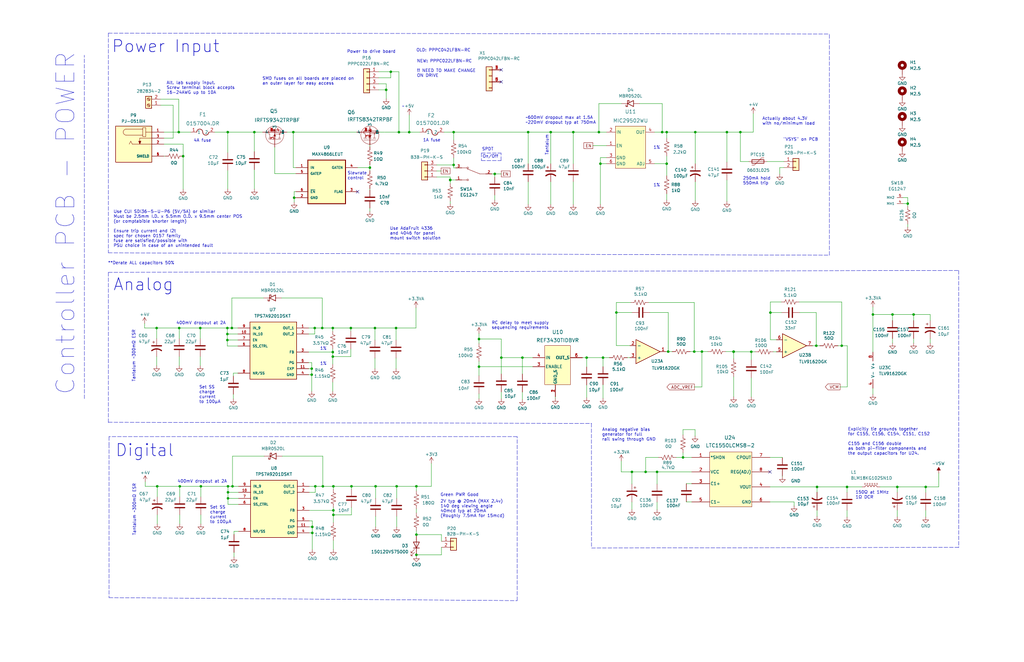
<source format=kicad_sch>
(kicad_sch (version 20211123) (generator eeschema)
  (paper "USLedger")
  (junction (at 252.5522 55.753))
  (junction (at 135.89 138.43))
  (junction (at 96.139 210.2866))
  (junction (at 140.335 148.59))
  (junction (at 281.1272 55.753))
  (junction (at 75.565 138.43))
  (junction (at 75.819 205.2066))
  (junction (at 279.2222 55.753))
  (junction (at 201.9808 143.0782))
  (junction (at 272.2372 199.136))
  (junction (at 158.115 138.43))
  (junction (at 158.369 205.2066))
  (junction (at 382.778 85.9282))
  (junction (at 368.0968 132.715))
  (junction (at 281.7622 148.3868))
  (junction (at 140.589 205.2066))
  (junction (at 316.8142 148.4376))
  (junction (at 124.0282 83.439))
  (junction (at 167.005 138.43))
  (junction (at 208.6356 73.3806))
  (junction (at 75.3872 55.753))
  (junction (at 132.715 138.43))
  (junction (at 175.5902 225.6028))
  (junction (at 293.1922 55.753))
  (junction (at 309.3466 148.3868))
  (junction (at 277.0632 199.136))
  (junction (at 97.79 138.43))
  (junction (at 306.5272 55.753))
  (junction (at 292.7604 148.3868))
  (junction (at 131.699 224.8916))
  (junction (at 191.2874 55.753))
  (junction (at 211.4042 150.9268))
  (junction (at 232.2322 55.753))
  (junction (at 357.1748 205.486))
  (junction (at 147.955 138.43))
  (junction (at 132.969 205.2066))
  (junction (at 136.144 205.2066))
  (junction (at 66.04 138.43))
  (junction (at 84.709 205.2066))
  (junction (at 354.9396 145.8976))
  (junction (at 344.5256 205.486))
  (junction (at 66.294 205.2066))
  (junction (at 107.2642 55.753))
  (junction (at 344.2208 145.8976))
  (junction (at 247.3706 150.9268))
  (junction (at 96.139 207.7466))
  (junction (at 131.445 158.115))
  (junction (at 201.9808 154.7368))
  (junction (at 95.885 143.51))
  (junction (at 96.139 205.2066))
  (junction (at 281.1272 69.088))
  (junction (at 95.885 138.43))
  (junction (at 131.445 155.575))
  (junction (at 123.698 55.753))
  (junction (at 175.5902 205.2066))
  (junction (at 96.0374 55.753))
  (junction (at 164.7952 30.3022))
  (junction (at 140.335 138.43))
  (junction (at 385.2418 132.715))
  (junction (at 140.589 217.2716))
  (junction (at 253.1872 69.088))
  (junction (at 175.5902 234.1372))
  (junction (at 222.7072 55.753))
  (junction (at 77.216 65.913))
  (junction (at 259.9182 131.8768))
  (junction (at 162.8394 37.9222))
  (junction (at 376.3518 132.715))
  (junction (at 148.209 205.2066))
  (junction (at 189.8396 75.9206))
  (junction (at 189.8396 75.946))
  (junction (at 168.2242 55.7784))
  (junction (at 172.5676 55.7784))
  (junction (at 378.3838 205.486))
  (junction (at 84.455 138.43))
  (junction (at 324.866 131.9276))
  (junction (at 220.2942 150.9268))
  (junction (at 266.4714 199.136))
  (junction (at 155.9814 70.739))
  (junction (at 288.0106 193.04))
  (junction (at 131.699 222.3516))
  (junction (at 390.3472 205.486))
  (junction (at 140.589 215.3666))
  (junction (at 241.7572 55.753))
  (junction (at 98.044 205.2066))
  (junction (at 191.2874 69.596))
  (junction (at 95.885 140.97))
  (junction (at 254.2794 150.9268))
  (junction (at 167.259 205.2066))
  (junction (at 312.2168 55.753))
  (junction (at 309.3466 148.4376))
  (junction (at 140.335 150.495))
  (junction (at 295.9862 148.3868))
  (no_connect (at 150.7744 80.899))
  (no_connect (at 211.328 34.544))
  (no_connect (at 211.328 29.464))
  (no_connect (at 324.6882 199.136))
  (polyline (pts (xy 211.2772 67.7418) (xy 211.2772 64.5668)))
  (wire (pts (xy 293.1922 76.708) (xy 293.1922 84.582)))
  (wire (pts (xy 158.115 155.575) (xy 158.115 151.13)))
  (polyline (pts (xy 249.4026 178.6382) (xy 249.428 231.1146)))
  (wire (pts (xy 276.0472 55.753) (xy 279.2222 55.753)))
  (wire (pts (xy 107.2896 79.756) (xy 107.2642 71.5772)))
  (wire (pts (xy 274.066 131.8768) (xy 281.7622 131.8768)))
  (wire (pts (xy 135.89 125.73) (xy 135.89 138.43)))
  (wire (pts (xy 232.2322 76.708) (xy 232.2322 86.233)))
  (wire (pts (xy 316.8142 148.4376) (xy 318.4906 148.4376)))
  (wire (pts (xy 159.6898 30.3022) (xy 164.7952 30.3022)))
  (wire (pts (xy 77.216 65.913) (xy 77.216 79.883)))
  (wire (pts (xy 293.1922 55.753) (xy 293.1922 69.088)))
  (wire (pts (xy 167.259 217.9066) (xy 167.259 222.3516)))
  (wire (pts (xy 312.2168 55.753) (xy 312.2168 68.1482)))
  (wire (pts (xy 97.79 138.43) (xy 100.33 138.43)))
  (wire (pts (xy 342.646 145.8976) (xy 344.2208 145.8976)))
  (wire (pts (xy 123.698 55.753) (xy 150.5204 55.753)))
  (wire (pts (xy 222.7072 55.753) (xy 232.2322 55.753)))
  (wire (pts (xy 124.0282 83.439) (xy 124.7394 83.439)))
  (wire (pts (xy 392.2268 132.715) (xy 392.2268 135.255)))
  (wire (pts (xy 98.425 157.48) (xy 98.425 158.75)))
  (wire (pts (xy 279.2222 43.688) (xy 279.2222 55.753)))
  (wire (pts (xy 191.2874 70.8406) (xy 192.151 70.8406)))
  (polyline (pts (xy 45.72 114.935) (xy 45.72 178.435)))
  (wire (pts (xy 254.2794 162.3568) (xy 254.2794 168.0718)))
  (wire (pts (xy 136.144 205.2066) (xy 140.589 205.2066)))
  (wire (pts (xy 130.175 148.59) (xy 140.335 148.59)))
  (wire (pts (xy 289.433 211.709) (xy 289.433 211.836)))
  (wire (pts (xy 172.5676 55.7784) (xy 177.0634 55.7784)))
  (wire (pts (xy 337.0072 127.4064) (xy 354.9396 127.4064)))
  (wire (pts (xy 261.9756 199.136) (xy 266.4714 199.136)))
  (wire (pts (xy 98.425 166.37) (xy 98.425 168.275)))
  (wire (pts (xy 293.1922 55.753) (xy 306.5272 55.753)))
  (wire (pts (xy 155.9814 72.0344) (xy 155.9814 70.739)))
  (wire (pts (xy 368.0968 129.5654) (xy 368.0968 132.715)))
  (wire (pts (xy 155.9814 80.1878) (xy 155.9814 79.6544)))
  (wire (pts (xy 222.7072 69.088) (xy 222.7072 55.753)))
  (wire (pts (xy 277.0632 199.136) (xy 291.6682 199.136)))
  (wire (pts (xy 84.455 138.43) (xy 95.885 138.43)))
  (wire (pts (xy 189.8396 75.9206) (xy 189.8396 75.946)))
  (wire (pts (xy 329.3872 127.4064) (xy 324.866 127.4064)))
  (wire (pts (xy 131.699 224.8916) (xy 130.429 224.8916)))
  (wire (pts (xy 147.955 147.32) (xy 147.955 150.495)))
  (wire (pts (xy 132.969 207.7466) (xy 130.429 207.7466)))
  (wire (pts (xy 158.115 138.43) (xy 167.005 138.43)))
  (wire (pts (xy 208.6356 73.3806) (xy 211.3534 73.3806)))
  (wire (pts (xy 75.565 150.495) (xy 75.565 154.305)))
  (polyline (pts (xy 203.0222 67.7418) (xy 211.2772 67.7418)))
  (wire (pts (xy 100.584 210.2866) (xy 96.139 210.2866)))
  (wire (pts (xy 131.445 158.115) (xy 131.445 165.1)))
  (wire (pts (xy 187.2234 55.7784) (xy 191.2874 55.753)))
  (wire (pts (xy 118.999 192.5066) (xy 136.144 192.5066)))
  (wire (pts (xy 132.715 138.43) (xy 132.715 140.97)))
  (wire (pts (xy 98.679 224.2566) (xy 98.679 225.5266)))
  (wire (pts (xy 344.5256 205.486) (xy 357.1748 205.486)))
  (wire (pts (xy 140.335 165.1) (xy 140.335 161.29)))
  (wire (pts (xy 140.335 138.43) (xy 147.955 138.43)))
  (wire (pts (xy 324.6882 211.836) (xy 334.8482 211.836)))
  (wire (pts (xy 201.9808 143.0782) (xy 211.4042 143.0782)))
  (wire (pts (xy 329.9206 193.04) (xy 329.9206 193.1924)))
  (wire (pts (xy 354.2538 163.2458) (xy 357.3018 163.2458)))
  (wire (pts (xy 107.2642 55.753) (xy 107.2642 63.9572)))
  (wire (pts (xy 259.9182 131.8768) (xy 266.446 131.8768)))
  (wire (pts (xy 98.425 157.48) (xy 100.33 157.48)))
  (wire (pts (xy 84.455 150.495) (xy 84.455 154.305)))
  (polyline (pts (xy 404.241 114.1222) (xy 404.2664 230.9876)))
  (wire (pts (xy 168.2242 55.7784) (xy 172.5676 55.7784)))
  (wire (pts (xy 175.5902 234.1372) (xy 175.5902 233.807)))
  (wire (pts (xy 380.7968 85.9282) (xy 382.778 85.9282)))
  (wire (pts (xy 255.7272 55.753) (xy 252.5522 55.753)))
  (wire (pts (xy 368.0968 132.715) (xy 368.0968 148.59)))
  (wire (pts (xy 272.2372 193.04) (xy 272.2372 199.136)))
  (wire (pts (xy 357.1748 207.7466) (xy 357.1748 205.486)))
  (wire (pts (xy 293.0906 181.3052) (xy 288.0106 181.3052)))
  (wire (pts (xy 75.819 209.6516) (xy 75.819 205.2066)))
  (wire (pts (xy 328.803 70.6882) (xy 330.5556 70.6882)))
  (wire (pts (xy 266.4714 199.136) (xy 272.2372 199.136)))
  (wire (pts (xy 329.9206 200.8124) (xy 329.9206 201.0918)))
  (wire (pts (xy 155.9814 87.8078) (xy 155.9814 89.2048)))
  (wire (pts (xy 155.9814 61.8744) (xy 155.9814 61.214)))
  (wire (pts (xy 289.433 211.836) (xy 291.6682 211.836)))
  (wire (pts (xy 259.9182 131.8768) (xy 259.9182 145.8468)))
  (wire (pts (xy 201.9808 154.7368) (xy 224.663 154.7368)))
  (wire (pts (xy 385.2418 132.715) (xy 385.2418 135.255)))
  (wire (pts (xy 111.125 125.73) (xy 97.79 125.73)))
  (wire (pts (xy 281.1272 65.913) (xy 281.1272 69.088)))
  (wire (pts (xy 201.9808 140.7668) (xy 201.9808 143.0782)))
  (wire (pts (xy 159.6898 35.3822) (xy 162.8394 35.3822)))
  (wire (pts (xy 95.885 138.43) (xy 97.79 138.43)))
  (wire (pts (xy 309.3466 167.4114) (xy 309.3466 159.004)))
  (wire (pts (xy 328.803 73.4568) (xy 328.803 70.6882)))
  (wire (pts (xy 131.699 224.8916) (xy 131.699 231.8766)))
  (wire (pts (xy 164.7952 32.8422) (xy 164.7952 30.3022)))
  (wire (pts (xy 148.209 205.2066) (xy 158.369 205.2066)))
  (wire (pts (xy 167.259 210.2866) (xy 167.259 205.2066)))
  (wire (pts (xy 130.175 155.575) (xy 131.445 155.575)))
  (wire (pts (xy 344.2208 131.9276) (xy 344.2208 145.8976)))
  (wire (pts (xy 279.2222 55.753) (xy 281.1272 55.753)))
  (wire (pts (xy 222.7072 76.708) (xy 222.7072 86.233)))
  (wire (pts (xy 292.7604 148.3868) (xy 295.9862 148.3868)))
  (wire (pts (xy 281.7622 131.8768) (xy 281.7622 148.3868)))
  (wire (pts (xy 167.005 138.43) (xy 175.4124 138.43)))
  (wire (pts (xy 67.7672 44.4246) (xy 72.9996 44.4246)))
  (wire (pts (xy 316.8142 148.4376) (xy 316.8142 151.8158)))
  (wire (pts (xy 189.8396 75.946) (xy 189.8396 77.3684)))
  (wire (pts (xy 265.938 127.635) (xy 259.9182 127.635)))
  (wire (pts (xy 324.866 131.9276) (xy 324.866 143.3576)))
  (wire (pts (xy 292.7604 127.635) (xy 292.7604 148.3868)))
  (wire (pts (xy 158.369 210.2866) (xy 158.369 205.2066)))
  (wire (pts (xy 326.1106 148.4376) (xy 327.406 148.4376)))
  (wire (pts (xy 309.3466 148.4376) (xy 309.3466 151.384)))
  (wire (pts (xy 211.4042 165.4048) (xy 211.4042 168.2496)))
  (wire (pts (xy 385.2418 142.875) (xy 385.2418 144.78)))
  (wire (pts (xy 368.0968 163.83) (xy 368.0968 166.37)))
  (wire (pts (xy 67.7672 41.8846) (xy 75.3872 41.8846)))
  (wire (pts (xy 84.709 205.2066) (xy 96.139 205.2066)))
  (wire (pts (xy 261.9756 194.564) (xy 261.9756 199.136)))
  (wire (pts (xy 390.3472 205.486) (xy 395.8336 205.486)))
  (wire (pts (xy 167.005 143.51) (xy 167.005 138.43)))
  (wire (pts (xy 291.0332 148.3868) (xy 292.7604 148.3868)))
  (polyline (pts (xy 249.4534 231.267) (xy 404.3426 230.9876)))
  (wire (pts (xy 66.04 154.305) (xy 66.04 150.495)))
  (wire (pts (xy 140.589 205.2066) (xy 148.209 205.2066)))
  (wire (pts (xy 130.429 219.8116) (xy 131.699 219.8116)))
  (wire (pts (xy 96.012 79.7052) (xy 96.0374 71.9836)))
  (wire (pts (xy 357.3018 145.8976) (xy 357.3018 163.2458)))
  (wire (pts (xy 130.429 222.3516) (xy 131.699 222.3516)))
  (wire (pts (xy 255.7272 66.548) (xy 253.1872 66.548)))
  (wire (pts (xy 371.094 205.486) (xy 378.3838 205.486)))
  (wire (pts (xy 254.2794 150.9268) (xy 256.9718 150.9268)))
  (wire (pts (xy 293.0906 183.9976) (xy 293.0906 181.3052)))
  (wire (pts (xy 96.139 210.2866) (xy 96.139 212.8266)))
  (wire (pts (xy 324.6882 205.486) (xy 344.5256 205.486)))
  (wire (pts (xy 269.6972 43.688) (xy 279.2222 43.688)))
  (wire (pts (xy 115.824 62.103) (xy 115.824 73.279)))
  (wire (pts (xy 247.3706 150.9268) (xy 247.3706 154.8638)))
  (wire (pts (xy 75.819 205.2066) (xy 84.709 205.2066)))
  (wire (pts (xy 84.455 142.875) (xy 84.455 138.43)))
  (wire (pts (xy 96.0374 55.753) (xy 96.0374 64.3636)))
  (wire (pts (xy 159.9184 55.753) (xy 168.2242 55.7784)))
  (wire (pts (xy 376.3518 142.875) (xy 376.3518 144.78)))
  (wire (pts (xy 253.1872 66.548) (xy 253.1872 69.088)))
  (wire (pts (xy 135.89 138.43) (xy 132.715 138.43)))
  (wire (pts (xy 191.2874 69.596) (xy 191.2874 70.8406)))
  (wire (pts (xy 247.3706 162.4838) (xy 247.3706 167.7924)))
  (wire (pts (xy 201.9808 152.5524) (xy 201.9808 154.7368)))
  (wire (pts (xy 281.1272 84.328) (xy 281.1272 81.788)))
  (wire (pts (xy 96.139 205.2066) (xy 98.044 205.2066)))
  (wire (pts (xy 344.5256 207.6958) (xy 344.5256 205.486)))
  (wire (pts (xy 115.824 73.279) (xy 124.7394 73.279)))
  (wire (pts (xy 306.5272 55.753) (xy 312.2168 55.753)))
  (wire (pts (xy 327.406 143.3576) (xy 324.866 143.3576)))
  (wire (pts (xy 124.0282 80.899) (xy 124.0282 83.439)))
  (wire (pts (xy 264.5918 150.9268) (xy 265.6332 150.9268)))
  (wire (pts (xy 121.031 55.753) (xy 123.698 55.753)))
  (wire (pts (xy 131.445 158.115) (xy 130.175 158.115)))
  (wire (pts (xy 211.4042 143.0782) (xy 211.4042 150.9268)))
  (wire (pts (xy 368.0968 132.715) (xy 376.3518 132.715)))
  (wire (pts (xy 324.6882 193.04) (xy 329.9206 193.04)))
  (wire (pts (xy 259.9182 127.635) (xy 259.9182 131.8768)))
  (wire (pts (xy 158.115 143.51) (xy 158.115 138.43)))
  (wire (pts (xy 131.445 155.575) (xy 131.445 158.115)))
  (wire (pts (xy 357.1748 205.486) (xy 363.474 205.486)))
  (wire (pts (xy 191.2874 55.753) (xy 222.7072 55.753)))
  (wire (pts (xy 159.6898 32.8422) (xy 164.7952 32.8422)))
  (wire (pts (xy 168.2242 30.3022) (xy 168.2242 55.7784)))
  (wire (pts (xy 241.7572 55.753) (xy 241.7572 69.088)))
  (wire (pts (xy 378.3838 205.486) (xy 390.3472 205.486)))
  (wire (pts (xy 392.2268 142.875) (xy 392.2268 144.78)))
  (wire (pts (xy 61.214 203.3016) (xy 61.214 205.2066)))
  (wire (pts (xy 337.185 131.9276) (xy 344.2208 131.9276)))
  (wire (pts (xy 90.5764 55.753) (xy 96.0374 55.753)))
  (polyline (pts (xy 45.72 114.935) (xy 404.241 114.1222)))
  (polyline (pts (xy 218.059 253.4666) (xy 218.059 184.2516)))
  (wire (pts (xy 272.2372 199.136) (xy 277.0632 199.136)))
  (wire (pts (xy 100.584 212.8266) (xy 96.139 212.8266)))
  (wire (pts (xy 130.175 138.43) (xy 132.715 138.43)))
  (wire (pts (xy 155.9814 69.4944) (xy 155.9814 70.739)))
  (wire (pts (xy 191.2874 55.753) (xy 191.2874 59.0804)))
  (wire (pts (xy 162.8394 35.3822) (xy 162.8394 37.9222)))
  (wire (pts (xy 291.6682 204.089) (xy 289.433 204.089)))
  (wire (pts (xy 172.5676 48.514) (xy 172.5676 55.7784)))
  (wire (pts (xy 306.5272 75.9968) (xy 306.5272 84.963)))
  (wire (pts (xy 283.4132 148.3868) (xy 281.7622 148.3868)))
  (wire (pts (xy 281.1272 55.753) (xy 293.1922 55.753)))
  (wire (pts (xy 100.33 143.51) (xy 95.885 143.51)))
  (wire (pts (xy 189.8396 75.9206) (xy 192.151 75.9206)))
  (wire (pts (xy 220.2942 150.9268) (xy 220.2942 157.8356)))
  (wire (pts (xy 175.5902 225.6028) (xy 186.1566 225.6028)))
  (wire (pts (xy 95.885 143.51) (xy 95.885 146.05)))
  (wire (pts (xy 124.0282 83.439) (xy 124.0282 85.3186)))
  (wire (pts (xy 184.15 69.596) (xy 191.2874 69.596)))
  (wire (pts (xy 135.89 138.43) (xy 140.335 138.43)))
  (wire (pts (xy 254.2794 150.9268) (xy 254.2794 154.7368)))
  (wire (pts (xy 380.7968 83.3882) (xy 382.778 83.3882)))
  (wire (pts (xy 288.0106 181.3052) (xy 288.0106 183.4642)))
  (wire (pts (xy 136.144 205.2066) (xy 132.969 205.2066)))
  (wire (pts (xy 131.699 222.3516) (xy 131.699 224.8916)))
  (wire (pts (xy 376.3518 132.715) (xy 385.2418 132.715)))
  (polyline (pts (xy 218.059 184.2516) (xy 45.974 184.2516)))
  (wire (pts (xy 181.9148 195.5292) (xy 181.9148 205.2066)))
  (wire (pts (xy 306.5272 55.753) (xy 306.5272 68.3768)))
  (wire (pts (xy 148.209 214.0966) (xy 148.209 217.2716)))
  (wire (pts (xy 140.335 153.67) (xy 140.335 150.495)))
  (wire (pts (xy 84.709 217.2716) (xy 84.709 221.0816)))
  (polyline (pts (xy 203.0222 64.5668) (xy 203.0222 67.7418)))
  (wire (pts (xy 164.7952 30.3022) (xy 168.2242 30.3022)))
  (wire (pts (xy 323.4182 68.1482) (xy 330.5556 68.1482)))
  (wire (pts (xy 312.2168 55.753) (xy 317.627 55.753)))
  (wire (pts (xy 273.558 127.635) (xy 292.7604 127.635)))
  (wire (pts (xy 247.3706 150.9268) (xy 254.2794 150.9268)))
  (wire (pts (xy 232.2322 55.753) (xy 232.2322 69.088)))
  (wire (pts (xy 147.955 150.495) (xy 140.335 150.495)))
  (wire (pts (xy 69.1134 65.913) (xy 69.596 65.913)))
  (wire (pts (xy 96.139 210.2866) (xy 96.139 207.7466)))
  (wire (pts (xy 175.5902 234.4928) (xy 175.5902 234.1372)))
  (wire (pts (xy 208.6356 73.3806) (xy 208.6356 74.7014)))
  (wire (pts (xy 201.9808 166.1668) (xy 201.9808 168.2242)))
  (wire (pts (xy 60.96 138.43) (xy 66.04 138.43)))
  (wire (pts (xy 162.8394 37.9222) (xy 162.8394 41.6052)))
  (wire (pts (xy 186.1566 228.3968) (xy 186.1566 225.6028)))
  (wire (pts (xy 315.7982 68.1482) (xy 312.2168 68.1482)))
  (wire (pts (xy 140.335 150.495) (xy 140.335 148.59)))
  (wire (pts (xy 189.8396 84.9884) (xy 189.8396 85.9536)))
  (wire (pts (xy 201.9808 154.7368) (xy 201.9808 158.5468)))
  (polyline (pts (xy 45.72 178.181) (xy 249.428 178.689)))
  (wire (pts (xy 353.3648 145.8976) (xy 354.9396 145.8976)))
  (wire (pts (xy 395.8336 199.6948) (xy 395.8336 205.486)))
  (wire (pts (xy 186.1566 230.9368) (xy 186.1566 234.1372)))
  (wire (pts (xy 186.1566 234.1372) (xy 175.5902 234.1372)))
  (wire (pts (xy 66.04 142.875) (xy 66.04 138.43)))
  (wire (pts (xy 201.9808 143.0782) (xy 201.9808 144.9324)))
  (wire (pts (xy 158.369 205.2066) (xy 167.259 205.2066)))
  (polyline (pts (xy 203.0222 64.5668) (xy 211.2772 64.5668)))
  (wire (pts (xy 98.679 224.2566) (xy 100.584 224.2566)))
  (wire (pts (xy 385.2418 132.715) (xy 392.2268 132.715)))
  (wire (pts (xy 140.335 147.32) (xy 140.335 148.59)))
  (wire (pts (xy 75.819 217.2716) (xy 75.819 221.0816)))
  (wire (pts (xy 191.2874 66.7004) (xy 191.2874 69.596)))
  (wire (pts (xy 147.955 138.43) (xy 158.115 138.43)))
  (wire (pts (xy 334.8482 211.836) (xy 334.8482 213.4616)))
  (wire (pts (xy 382.778 85.9282) (xy 382.778 87.0204)))
  (wire (pts (xy 60.96 136.525) (xy 60.96 138.43)))
  (wire (pts (xy 148.209 217.2716) (xy 140.589 217.2716)))
  (wire (pts (xy 130.429 215.3666) (xy 140.589 215.3666)))
  (wire (pts (xy 382.778 83.3882) (xy 382.778 85.9282)))
  (wire (pts (xy 175.5902 205.2066) (xy 175.5902 207.137)))
  (wire (pts (xy 140.589 217.2716) (xy 140.589 215.3666)))
  (wire (pts (xy 150.7744 70.739) (xy 155.9814 70.739)))
  (polyline (pts (xy 35.6108 168.2496) (xy 35.5854 23.2918)))
  (wire (pts (xy 378.3838 218.0336) (xy 378.3838 215.3158)))
  (wire (pts (xy 252.5522 43.688) (xy 252.5522 55.753)))
  (wire (pts (xy 97.79 125.73) (xy 97.79 138.43)))
  (wire (pts (xy 77.216 60.833) (xy 77.216 65.913)))
  (wire (pts (xy 66.04 138.43) (xy 75.565 138.43)))
  (wire (pts (xy 354.9396 127.4064) (xy 354.9396 145.8976)))
  (wire (pts (xy 98.044 205.2066) (xy 100.584 205.2066)))
  (wire (pts (xy 111.379 192.5066) (xy 98.044 192.5066)))
  (wire (pts (xy 131.445 153.035) (xy 131.445 155.575)))
  (wire (pts (xy 123.698 70.739) (xy 124.7394 70.739)))
  (wire (pts (xy 131.699 219.8116) (xy 131.699 222.3516)))
  (wire (pts (xy 132.715 140.97) (xy 130.175 140.97)))
  (wire (pts (xy 136.144 192.5066) (xy 136.144 205.2066)))
  (wire (pts (xy 281.1272 58.293) (xy 281.1272 55.753)))
  (wire (pts (xy 100.33 140.97) (xy 95.885 140.97)))
  (wire (pts (xy 376.3518 135.255) (xy 376.3518 132.715)))
  (wire (pts (xy 317.627 47.9298) (xy 317.627 55.753)))
  (wire (pts (xy 158.369 222.3516) (xy 158.369 217.9066)))
  (wire (pts (xy 208.6356 84.3788) (xy 208.6356 82.3214)))
  (wire (pts (xy 211.4042 157.7848) (xy 211.4042 150.9268)))
  (wire (pts (xy 175.5902 205.2066) (xy 181.9148 205.2066)))
  (polyline (pts (xy 45.72 106.68) (xy 349.758 107.696)))
  (wire (pts (xy 292.8366 163.322) (xy 295.9862 163.322)))
  (wire (pts (xy 277.0632 215.0364) (xy 277.0632 211.9122)))
  (wire (pts (xy 232.2322 55.753) (xy 241.7572 55.753)))
  (wire (pts (xy 140.589 214.0966) (xy 140.589 215.3666)))
  (wire (pts (xy 324.866 127.4064) (xy 324.866 131.9276)))
  (wire (pts (xy 189.8396 74.676) (xy 189.8396 75.9206)))
  (wire (pts (xy 295.9862 163.322) (xy 295.9862 148.3868)))
  (wire (pts (xy 75.565 142.875) (xy 75.565 138.43)))
  (wire (pts (xy 140.589 220.4466) (xy 140.589 217.2716)))
  (polyline (pts (xy 45.72 13.97) (xy 349.758 14.351)))
  (wire (pts (xy 255.7272 69.088) (xy 253.1872 69.088)))
  (wire (pts (xy 167.005 151.13) (xy 167.005 155.575)))
  (wire (pts (xy 100.33 146.05) (xy 95.885 146.05)))
  (wire (pts (xy 75.565 138.43) (xy 84.455 138.43)))
  (wire (pts (xy 66.294 221.0816) (xy 66.294 217.2716)))
  (wire (pts (xy 100.584 207.7466) (xy 96.139 207.7466)))
  (wire (pts (xy 148.209 205.2066) (xy 148.209 206.4766)))
  (wire (pts (xy 95.885 143.51) (xy 95.885 140.97)))
  (wire (pts (xy 175.5902 214.757) (xy 175.5902 216.3826)))
  (wire (pts (xy 96.139 207.7466) (xy 96.139 205.2066)))
  (wire (pts (xy 69.1134 58.293) (xy 72.9996 58.293)))
  (wire (pts (xy 140.335 139.7) (xy 140.335 138.43)))
  (wire (pts (xy 184.15 74.676) (xy 189.8396 74.676)))
  (wire (pts (xy 107.2642 55.753) (xy 110.744 55.753)))
  (polyline (pts (xy 45.974 184.2516) (xy 45.974 187.4266)))
  (wire (pts (xy 241.7572 55.753) (xy 252.5522 55.753)))
  (wire (pts (xy 130.175 153.035) (xy 131.445 153.035)))
  (wire (pts (xy 295.9862 148.3868) (xy 298.45 148.3868)))
  (wire (pts (xy 345.7448 145.8976) (xy 344.2208 145.8976)))
  (wire (pts (xy 175.4124 129.8702) (xy 175.4124 138.43)))
  (wire (pts (xy 84.709 209.6516) (xy 84.709 205.2066)))
  (wire (pts (xy 124.0282 80.899) (xy 124.7394 80.899)))
  (polyline (pts (xy 45.974 252.1966) (xy 218.059 253.4666)))
  (wire (pts (xy 132.969 205.2066) (xy 132.969 207.7466)))
  (wire (pts (xy 309.3466 148.3868) (xy 309.3466 148.4376)))
  (wire (pts (xy 250.0122 61.468) (xy 255.7272 61.468)))
  (wire (pts (xy 118.745 125.73) (xy 135.89 125.73)))
  (wire (pts (xy 281.7622 148.3868) (xy 280.8732 148.3868)))
  (wire (pts (xy 66.294 205.2066) (xy 75.819 205.2066)))
  (wire (pts (xy 72.9996 44.4246) (xy 72.9996 58.293)))
  (wire (pts (xy 220.2942 165.4556) (xy 220.2942 168.5544)))
  (wire (pts (xy 277.0632 204.2922) (xy 277.0632 199.136)))
  (wire (pts (xy 306.07 148.3868) (xy 309.3466 148.3868)))
  (wire (pts (xy 95.885 140.97) (xy 95.885 138.43)))
  (wire (pts (xy 245.618 150.9268) (xy 247.3706 150.9268)))
  (wire (pts (xy 98.044 192.5066) (xy 98.044 205.2066)))
  (wire (pts (xy 167.259 205.2066) (xy 175.5902 205.2066)))
  (wire (pts (xy 288.0106 193.04) (xy 291.6682 193.04)))
  (wire (pts (xy 390.3472 205.486) (xy 390.3472 207.772)))
  (wire (pts (xy 277.5966 193.04) (xy 272.2372 193.04)))
  (wire (pts (xy 69.1134 55.753) (xy 75.3872 55.753)))
  (wire (pts (xy 281.1272 69.088) (xy 281.1272 74.168)))
  (wire (pts (xy 266.4714 214.9856) (xy 266.4714 211.8614)))
  (wire (pts (xy 354.9396 145.8976) (xy 357.3018 145.8976)))
  (wire (pts (xy 140.589 231.8766) (xy 140.589 228.0666)))
  (wire (pts (xy 184.15 72.136) (xy 185.9788 72.136)))
  (wire (pts (xy 220.2942 150.9268) (xy 224.663 150.9268)))
  (wire (pts (xy 130.429 205.2066) (xy 132.969 205.2066)))
  (wire (pts (xy 382.778 95.7834) (xy 382.778 94.6404)))
  (polyline (pts (xy 45.974 187.4266) (xy 45.974 252.1966)))
  (wire (pts (xy 96.0374 55.753) (xy 107.2642 55.753)))
  (wire (pts (xy 211.4042 150.9268) (xy 220.2942 150.9268)))
  (wire (pts (xy 285.2166 193.04) (xy 288.0106 193.04)))
  (polyline (pts (xy 45.72 13.97) (xy 45.72 106.68)))
  (wire (pts (xy 316.8142 167.4622) (xy 316.8142 159.4358)))
  (wire (pts (xy 66.294 209.6516) (xy 66.294 205.2066)))
  (wire (pts (xy 266.4714 204.2414) (xy 266.4714 199.136)))
  (wire (pts (xy 140.589 206.4766) (xy 140.589 205.2066)))
  (wire (pts (xy 123.698 55.753) (xy 123.698 70.739)))
  (wire (pts (xy 259.9182 145.8468) (xy 265.6332 145.8468)))
  (wire (pts (xy 390.3472 218.1098) (xy 390.3472 215.392)))
  (wire (pts (xy 75.3872 55.753) (xy 80.4164 55.753)))
  (wire (pts (xy 75.3872 41.8846) (xy 75.3872 55.753)))
  (wire (pts (xy 309.3466 148.4376) (xy 316.8142 148.4376)))
  (wire (pts (xy 175.5902 225.6028) (xy 175.5902 226.187)))
  (wire (pts (xy 276.0472 69.088) (xy 281.1272 69.088)))
  (wire (pts (xy 378.3838 207.6958) (xy 378.3838 205.486)))
  (wire (pts (xy 357.1748 218.2114) (xy 357.1748 215.3666)))
  (wire (pts (xy 69.1134 60.833) (xy 77.216 60.833)))
  (wire (pts (xy 159.6898 37.9222) (xy 162.8394 37.9222)))
  (wire (pts (xy 234.188 167.4368) (xy 234.188 168.0718)))
  (polyline (pts (xy 349.758 107.696) (xy 349.758 14.351)))
  (wire (pts (xy 288.0106 191.0842) (xy 288.0106 193.04)))
  (wire (pts (xy 175.5902 224.0026) (xy 175.5902 225.6028)))
  (wire (pts (xy 324.866 131.9276) (xy 329.565 131.9276)))
  (wire (pts (xy 344.5256 217.8558) (xy 344.5256 215.3158)))
  (wire (pts (xy 61.214 205.2066) (xy 66.294 205.2066)))
  (wire (pts (xy 252.5522 43.688) (xy 262.0772 43.688)))
  (wire (pts (xy 241.7572 76.708) (xy 241.7572 86.233)))
  (wire (pts (xy 253.1872 69.088) (xy 253.1872 86.233)))
  (wire (pts (xy 98.679 233.1466) (xy 98.679 235.0516)))
  (wire (pts (xy 147.955 138.43) (xy 147.955 139.7)))
  (wire (pts (xy 207.391 73.3806) (xy 208.6356 73.3806)))
  (text "Slewrate\ncontrol" (at 146.5072 75.9714 0) (effects (font (size 1.27 1.27)) (justify left bottom)))
  (text "Actually about 4.3V \nwith no/minimum load" (at 321.4116 52.9336 0) (effects (font (size 1.27 1.27)) (justify left bottom)))
  (text "4A fuse" (at 81.6356 60.1472 0) (effects (font (size 1.27 1.27)) (justify left bottom)))
  (text "Tantalum ~300mΩ ESR" (at 57.15 161.29 90) (effects (font (size 1.27 1.27)) (justify left bottom)))
  (text "SMD fuses on all boards are placed on\nan outer layer for easy access" (at 110.5916 36.0426 0) (effects (font (size 1.27 1.27)) (justify left bottom)))
  (text "1%" (at 278.3586 78.994 180) (effects (font (size 1.27 1.27)) (justify right bottom)))
  (text "Set SS\ncharge\ncurrent\nto 100µA" (at 83.9724 170.3832 0) (effects (font (size 1.27 1.27)) (justify left bottom)))
  (text "Analog" (at 47.625 123.19 0) (effects (font (size 5.08 5.08) (thickness 0.254) bold) (justify left bottom)))
  (text "Controller PCB - POWER" (at 32.1056 167.0812 90) (effects (font (size 7.62 7.62)) (justify left bottom)))
  (text "~600mV dropout max at 1.5A\n~220mV dropout typ at 750mA" (at 221.5642 52.5526 0) (effects (font (size 1.27 1.27)) (justify left bottom)))
  (text "PWR Good" (at 192.024 209.6516 0) (effects (font (size 1.27 1.27)) (justify left bottom)))
  (text "Power Input" (at 46.99 22.6822 0) (effects (font (size 5.08 5.08) (thickness 0.254) bold) (justify left bottom)))
  (text "**Derate ALL capacitors 50%" (at 45.4914 111.8362 0) (effects (font (size 1.27 1.27)) (justify left bottom)))
  (text "RC delay to meet supply\nsequencing requirements" (at 207.2894 139.1412 0) (effects (font (size 1.27 1.27)) (justify left bottom)))
  (text "400mV dropout at 2A" (at 74.803 203.9874 0) (effects (font (size 1.27 1.27)) (justify left bottom)))
  (text "1%" (at 137.795 147.955 180) (effects (font (size 1.27 1.27)) (justify right bottom)))
  (text "Analog negative bias\ngenerator for full\nrail swing through GND" (at 253.8476 186.2582 0) (effects (font (size 1.27 1.27)) (justify left bottom)))
  (text "OLD: PPPC042LFBN-RC" (at 175.514 22.0472 0) (effects (font (size 1.27 1.27)) (justify left bottom)))
  (text "2V typ @ 20mA (MAX 2.4v)\n140 deg viewing angle\n40mcd typ at 20mA\n(Roughly 7.5mA for 15mcd)" (at 185.674 218.5416 0) (effects (font (size 1.27 1.27)) (justify left bottom)))
  (text "~\n" (at 169.4942 45.7454 0) (effects (font (size 1.27 1.27)) (justify left bottom)))
  (text "Set SS\ncharge\ncurrent\nto 100µA" (at 88.519 221.0816 0) (effects (font (size 1.27 1.27)) (justify left bottom)))
  (text "Green\n" (at 185.674 209.6516 0) (effects (font (size 1.27 1.27)) (justify left bottom)))
  (text "400mV dropout at 2A" (at 74.295 137.16 0) (effects (font (size 1.27 1.27)) (justify left bottom)))
  (text "Use CUI SDI36-5-U-P6 (5V/5A) or similar\nMust be 2.5mm I.D. x 5.5mm O.D. x 9.5mm center POS\n(or comptabible shorter length)\n\nEnsure trip current and I2t\nspec for chosen 0157 family\nfuse are satisfied/possible with\nPSU choice in case of an unintended fault" (at 47.8282 104.521 0) (effects (font (size 1.27 1.27)) (justify left bottom)))
  (text "250mA hold\n550mA trip" (at 313.2582 78.1558 0) (effects (font (size 1.27 1.27)) (justify left bottom)))
  (text "1%" (at 137.795 154.305 180) (effects (font (size 1.27 1.27)) (justify right bottom)))
  (text "150Ω at 1MHz\n1Ω DCR" (at 360.7054 210.693 0) (effects (font (size 1.27 1.27)) (justify left bottom)))
  (text "Tantalum" (at 231.3686 65.659 90) (effects (font (size 1.27 1.27)) (justify left bottom)))
  (text "Alt. lab supply input.\nScrew terminal block accepts \n16-24AWG up to 10A" (at 70.1802 39.9288 0) (effects (font (size 1.27 1.27)) (justify left bottom)))
  (text "1%" (at 278.3586 63.119 180) (effects (font (size 1.27 1.27)) (justify right bottom)))
  (text "Use AdaFruit 4336\nand 4046 for panel\nmount switch solution" (at 164.3634 101.3714 0) (effects (font (size 1.27 1.27)) (justify left bottom)))
  (text "Power to drive board" (at 146.304 22.606 0) (effects (font (size 1.27 1.27)) (justify left bottom)))
  (text "Digital" (at 48.514 193.1416 0) (effects (font (size 5.08 5.08) (thickness 0.254) bold) (justify left bottom)))
  (text "\"VSYS\" on PCB" (at 330.2254 59.7154 0) (effects (font (size 1.27 1.27)) (justify left bottom)))
  (text "NEW: PPPC022LFBN-RC\n\n!! NEED TO MAKE CHANGE\nON DRIVE" (at 175.768 32.766 0) (effects (font (size 1.27 1.27)) (justify left bottom)))
  (text "Tantalum ~300mΩ ESR" (at 57.404 226.1616 90) (effects (font (size 1.27 1.27)) (justify left bottom)))
  (text "On/Off" (at 203.4286 66.8528 0) (effects (font (size 1.27 1.27)) (justify left bottom)))
  (text "1A fuse" (at 178.3334 60.0202 0) (effects (font (size 1.27 1.27)) (justify left bottom)))
  (text "Explicitly tie grounds together\nfor C155, C156, C154, C151, C152\n\nC155 and C156 double\nas both pi-filter components and\nthe output capacitors for U24." (at 357.5304 192.2018 0) (effects (font (size 1.27 1.27)) (justify left bottom)))
  (text "SPDT" (at 203.2254 63.8048 0) (effects (font (size 1.27 1.27)) (justify left bottom)))
  (global_label "ADC_VREF" (shape output) (at 292.8366 163.322 180) (property "Intersheet References" "${INTERSHEET_REFS}" (effects hide)))
  (global_label "VCM" (shape output) (at 354.2538 163.2458 180) (property "Intersheet References" "${INTERSHEET_REFS}" (effects hide)))
  (global_label "EN" (shape passive) (at 250.0122 61.468 180) (property "Intersheet References" "${INTERSHEET_REFS}" (effects hide)))
  (global_label "EN" (shape passive) (at 211.3534 73.3806 0) (property "Intersheet References" "${INTERSHEET_REFS}" (effects hide)))
  (global_label "EN" (shape passive) (at 185.9788 72.136 0) (property "Intersheet References" "${INTERSHEET_REFS}" (effects hide)))
  (symbol (lib_id "Device:C") (at 158.115 147.32 180) (unit 1)
    (property "Reference" "C79" (at 154.305 142.24 0))
    (property "Value" "47µF" (at 154.305 144.78 0))
    (property "Footprint" "Custom:C_0603" (effects hide))
  )
  (symbol (lib_id "power:GND") (at 316.8142 167.4622 0) (unit 1)
    (property "Reference" "#PWR0113" (effects hide))
    (property "Value" "GND" (at 316.8142 171.2722 0))
  )
  (symbol (lib_id "Device:R_US") (at 287.2232 148.3868 270) (unit 1)
    (property "Reference" "R90" (at 287.2232 143.0528 90))
    (property "Value" "50Ω" (at 287.2232 145.2118 90))
    (property "Footprint" "Custom:R_0603" (effects hide))
  )
  (symbol (lib_id "015702.5DR:015702.5DR") (at 80.4164 55.753 0) (unit 1) (in_bom no)
    (property "Reference" "F1" (at 85.4964 48.2854 0) (effects (font (size 1.524 1.524))))
    (property "Value" "0157004.DR" (at 85.4964 52.0954 0) (effects (font (size 1.524 1.524))))
    (property "Footprint" "Custom:F_0157_SMD2" (effects hide))
    (property "Datasheet" "https://assets.alliedelec.com/v1610968651/Datasheets/49da7967d2a247cab83a03aa75b13093.pdf" (effects hide))
  )
  (symbol (lib_id "power:GND") (at 241.7572 86.233 0) (unit 1)
    (property "Reference" "#PWR0100" (effects hide))
    (property "Value" "GND" (at 241.7572 90.043 0))
  )
  (symbol (lib_id "Connector_Generic:Conn_02x04_Odd_Even") (at 206.248 32.004 0) (mirror y) (unit 1) (in_bom no) (on_board no)
    (property "Reference" "X1" (at 203.454 22.352 0))
    (property "Value" "PPPC042LFBN-RC" (at 210.4136 24.7142 0))
    (property "Footprint" "Connector_PinSocket_2.54mm:PinSocket_2x04_P2.54mm_Vertical" (effects hide))
    (property "Datasheet" "https://mm.digikey.com/Volume0/opasdata/d220001/medias/docus/937/Female_Headers.100_DS.pdf" (effects hide))
  )
  (symbol (lib_id "Device:R_US") (at 155.9814 75.8444 0) (mirror x) (unit 1)
    (property "Reference" "R50" (at 160.909 75.0062 0))
    (property "Value" "4.7kΩ" (at 160.909 77.5462 0))
    (property "Footprint" "Custom:R_0603" (effects hide))
  )
  (symbol (lib_id "power:GND") (at 107.2896 79.756 0) (unit 1)
    (property "Reference" "#PWR074" (effects hide))
    (property "Value" "GND" (at 107.2896 83.566 0))
  )
  (symbol (lib_id "power:GND") (at 66.04 154.305 0) (unit 1)
    (property "Reference" "#PWR03" (effects hide))
    (property "Value" "GND" (at 66.04 158.115 0))
  )
  (symbol (lib_id "power:GND") (at 266.4714 214.9856 0) (mirror y) (unit 1)
    (property "Reference" "#PWR0106" (effects hide))
    (property "Value" "GND" (at 266.4714 218.7956 0))
  )
  (symbol (lib_id "power:GND") (at 84.709 221.0816 0) (unit 1)
    (property "Reference" "#PWR070" (effects hide))
    (property "Value" "GND" (at 84.709 224.8916 0))
  )
  (symbol (lib_id "Device:C") (at 385.2418 139.065 0) (unit 1)
    (property "Reference" "C157" (at 380.7968 139.065 0))
    (property "Value" "100nF" (at 381.4318 141.605 0))
    (property "Footprint" "Custom:C_0603" (effects hide))
  )
  (symbol (lib_id "Device:R_US") (at 281.4066 193.04 270) (mirror x) (unit 1)
    (property "Reference" "R89" (at 281.432 195.3006 90))
    (property "Value" "4.7kΩ" (at 281.7368 197.2818 90))
    (property "Footprint" "Custom:R_0603" (effects hide))
  )
  (symbol (lib_id "Device:C") (at 167.259 214.0966 180) (unit 1)
    (property "Reference" "C82" (at 163.449 209.0166 0))
    (property "Value" "47µF" (at 163.449 211.5566 0))
    (property "Footprint" "Custom:C_0603" (effects hide))
  )
  (symbol (lib_id "Device:C") (at 155.9814 83.9978 0) (mirror y) (unit 1)
    (property "Reference" "C78" (at 162.2298 85.6234 0))
    (property "Value" "10nF" (at 162.2298 83.0834 0))
    (property "Footprint" "Custom:C_0603" (effects hide))
  )
  (symbol (lib_id "power:GND") (at 220.2942 168.5544 0) (unit 1)
    (property "Reference" "#PWR096" (effects hide))
    (property "Value" "GND" (at 220.2942 172.3644 0))
  )
  (symbol (lib_id "Device:C") (at 75.565 146.685 180) (unit 1)
    (property "Reference" "C68" (at 71.755 141.605 0))
    (property "Value" "22µF" (at 71.755 144.145 0))
    (property "Footprint" "Custom:C_0603" (effects hide))
  )
  (symbol (lib_id "Device:C") (at 306.5272 72.1868 180) (unit 1)
    (property "Reference" "C141" (at 300.9392 71.3994 0))
    (property "Value" "47µF" (at 300.9392 73.9394 0))
    (property "Footprint" "Custom:C_0603" (effects hide))
  )
  (symbol (lib_id "Device:R_US") (at 140.589 210.2866 180) (unit 1)
    (property "Reference" "R47" (at 134.874 209.0166 0))
    (property "Value" "3.57kΩ" (at 135.509 211.5566 0))
    (property "Footprint" "Custom:R_0603" (effects hide))
  )
  (symbol (lib_id "power:GND") (at 329.9206 201.0918 0) (unit 1)
    (property "Reference" "#PWR0116" (effects hide))
    (property "Value" "GND" (at 335.534 202.9206 0))
  )
  (symbol (lib_id "Device:R_US") (at 333.1972 127.4064 90) (unit 1)
    (property "Reference" "R121" (at 333.2226 122.1232 90))
    (property "Value" "5.1kΩ" (at 333.1718 124.6124 90))
    (property "Footprint" "Custom:R_0603" (effects hide))
  )
  (symbol (lib_id "power:GND") (at 208.6356 84.3788 0) (unit 1)
    (property "Reference" "#PWR094" (effects hide))
    (property "Value" "GND" (at 208.6356 88.1888 0))
  )
  (symbol (lib_id "power:GND") (at 328.803 73.4568 0) (unit 1)
    (property "Reference" "#PWR0115" (effects hide))
    (property "Value" "GND" (at 328.803 77.2668 0))
  )
  (symbol (lib_id "Mechanical:MountingHole_Pad") (at 380.4666 39.624 0) (unit 1) (in_bom no)
    (property "Reference" "H2" (at 383.6416 37.0839 0) (effects (justify left)))
    (property "Value" "M2.5" (at 383.6416 39.6239 0) (effects (justify left)))
    (property "Footprint" "MountingHole:MountingHole_2.7mm_M2.5_DIN965_Pad_TopBottom" (effects hide))
  )
  (symbol (lib_id "Device:C") (at 390.3472 211.582 0) (mirror y) (unit 1)
    (property "Reference" "C158" (at 396.2654 210.2612 0))
    (property "Value" "100nF" (at 396.3162 212.8266 0))
    (property "Footprint" "Custom:C_0603" (effects hide))
  )
  (symbol (lib_id "power:GND") (at 293.0906 183.9976 0) (unit 1)
    (property "Reference" "#PWR0109" (effects hide))
    (property "Value" "GND" (at 293.1668 188.4172 0))
  )
  (symbol (lib_id "power:GND") (at 385.2418 144.78 0) (mirror y) (unit 1)
    (property "Reference" "#PWR0267" (effects hide))
    (property "Value" "GND" (at 385.2418 148.59 0))
  )
  (symbol (lib_id "IRFTS9342TRPBF:IRFTS9342TRPBF") (at 112.014 72.263 90) (unit 1)
    (property "Reference" "Q5" (at 115.4684 46.8884 90) (effects (font (size 1.524 1.524))))
    (property "Value" "IRFTS9342TRPBF" (at 116.8908 50.6984 90) (effects (font (size 1.524 1.524))))
    (property "Footprint" "Custom:IC_SOT23-6" (effects hide))
    (property "Datasheet" "https://www.infineon.com/dgdl/irfts9342pbf.pdf?fileId=5546d462533600a40153563aeabc21f3" (effects hide))
  )
  (symbol (lib_id "Device:C") (at 241.7572 72.898 180) (unit 1)
    (property "Reference" "C89" (at 237.9472 67.818 0))
    (property "Value" "47µF" (at 237.9472 70.358 0))
    (property "Footprint" "Custom:C_0603" (effects hide))
  )
  (symbol (lib_id "Device:R_US") (at 309.3466 155.194 0) (unit 1)
    (property "Reference" "R105" (at 304.3428 154.686 0))
    (property "Value" "10kΩ" (at 304.7238 156.8704 0))
    (property "Footprint" "Custom:R_0603" (effects hide))
  )
  (symbol (lib_id "power:+3.3VA") (at 261.9756 194.564 0) (unit 1)
    (property "Reference" "#PWR0105" (effects hide))
    (property "Value" "+3.3VA" (at 261.9756 190.754 0))
  )
  (symbol (lib_id "power:GND") (at 309.3466 167.4114 0) (unit 1)
    (property "Reference" "#PWR0112" (effects hide))
    (property "Value" "GND" (at 309.3466 171.2214 0))
  )
  (symbol (lib_id "power:GND") (at 368.0968 166.37 0) (unit 1)
    (property "Reference" "#PWR0241" (effects hide))
    (property "Value" "GND" (at 368.0968 170.18 0))
  )
  (symbol (lib_id "power:GND") (at 211.4042 168.2496 0) (unit 1)
    (property "Reference" "#PWR095" (effects hide))
    (property "Value" "GND" (at 211.4042 172.0596 0))
  )
  (symbol (lib_id "Device:R_US") (at 201.9808 148.7424 180) (unit 1)
    (property "Reference" "R55" (at 199.4408 147.4724 0) (effects (justify left)))
    (property "Value" "100kΩ" (at 199.4408 150.0124 0) (effects (justify left)))
    (property "Footprint" "Custom:R_0603" (effects hide))
  )
  (symbol (lib_id "Connector_Generic:Conn_01x03") (at 179.07 72.136 180) (unit 1) (in_bom no)
    (property "Reference" "P19" (at 177.2412 63.5508 0) (effects (justify right)))
    (property "Value" "B3B-PH-K-S" (at 173.0248 66.3194 0) (effects (justify right)))
    (property "Footprint" "Connector_JST:JST_PH_B2B-PH-K_1x02_P2.00mm_Vertical" (effects hide))
    (property "Datasheet" "https://www.jst-mfg.com/product/pdf/eng/ePH.pdf" (effects hide))
  )
  (symbol (lib_id "Amplifier_Operational:OPA1692xDGK") (at 273.2532 148.3868 0) (mirror x) (unit 1)
    (property "Reference" "U23" (at 277.0886 152.4 0))
    (property "Value" "TLV9162DGK" (at 280.797 155.3718 0))
    (property "Footprint" "Custom:IC_VSSOP-8_0.65P" (effects hide))
    (property "Datasheet" "https://www.ti.com/lit/ds/symlink/tlv9162.pdf?ts=1709711208645&ref_url=https%253A%252F%252Fwww.ti.com%252Fproduct%252FTLV9162" (effects hide))
  )
  (symbol (lib_id "Connector_Generic:Conn_01x04") (at 154.6098 32.8422 0) (mirror y) (unit 1) (in_bom no)
    (property "Reference" "P16" (at 154.6098 24.384 0))
    (property "Value" "PPPC022LFBN-RC" (at 155.3718 26.8986 0))
    (property "Footprint" "Connector_PinSocket_2.54mm:PinSocket_2x02_P2.54mm_Vertical" (effects hide))
    (property "Datasheet" "https://mm.digikey.com/Volume0/opasdata/d220001/medias/docus/937/Female_Headers.100_DS.pdf" (effects hide))
  )
  (symbol (lib_name "TPS7A9101DSKR_1") (lib_id "TPS7A9101DSKR:TPS7A9101DSKR") (at 112.395 151.13 0) (unit 1)
    (property "Reference" "U7" (at 114.935 130.7084 0))
    (property "Value" "TPS7A9201DSKT" (at 114.935 133.35 0))
    (property "Footprint" "Custom:IC_SON-10_EP_2.5X2.5" (effects hide))
    (property "Datasheet" "https://www.ti.com/lit/ds/symlink/tps7a92.pdf?ts=1709642111892&ref_url=https%253A%252F%252Fwww.google.com%252F" (effects hide))
    (property "PARTREV" "December 2016" (effects hide))
    (property "STANDARD" "IPC-7351B" (effects hide))
    (property "MAXIMUM_PACKAGE_HEIGHT" "0.8mm" (effects hide))
    (property "MANUFACTURER" "Texas Instruments" (effects hide))
  )
  (symbol (lib_id "Device:LED") (at 175.5902 229.997 270) (mirror x) (unit 1) (in_bom no)
    (property "Reference" "D3" (at 172.1358 230.3018 90) (effects (justify right)))
    (property "Value" "150120VS75000" (at 172.2628 232.8418 90) (effects (justify right)))
    (property "Footprint" "Custom:D_1206" (effects hide))
    (property "Datasheet" "https://www.we-online.com/components/products/datasheet/150120VS75000.pdf" (effects hide))
  )
  (symbol (lib_id "power:+3V3") (at 181.9148 195.5292 0) (unit 1)
    (property "Reference" "#PWR090" (effects hide))
    (property "Value" "+3V3" (at 181.9148 191.7192 0))
  )
  (symbol (lib_id "power:GND") (at 380.4666 31.369 0) (mirror y) (unit 1)
    (property "Reference" "#PWR0262" (effects hide))
    (property "Value" "GND" (at 380.4666 35.179 0))
  )
  (symbol (lib_id "Device:C_Polarized_US") (at 66.04 146.685 0) (unit 1) (in_bom no)
    (property "Reference" "C60" (at 60.325 141.605 0))
    (property "Value" "47µF" (at 60.96 144.145 0))
    (property "Footprint" "Custom:C_TANT_3216-18_Kemet-A" (effects hide))
  )
  (symbol (lib_id "Device:C_Polarized_US") (at 392.2268 139.065 0) (unit 1) (in_bom no)
    (property "Reference" "C161" (at 397.9418 138.43 0))
    (property "Value" "10µF" (at 397.9418 140.97 0))
    (property "Footprint" "Capacitor_Tantalum_SMD:CP_EIA-1608-10_AVX-L" (effects hide))
  )
  (symbol (lib_id "power:GND") (at 189.8396 85.9536 0) (unit 1)
    (property "Reference" "#PWR091" (effects hide))
    (property "Value" "GND" (at 189.8396 89.7636 0))
  )
  (symbol (lib_id "MAX4866LEUT_:MAX4866LEUT_") (at 138.0744 75.819 0) (unit 1)
    (property "Reference" "U9" (at 137.795 62.23 0))
    (property "Value" "MAX4866LEUT" (at 138.049 65.0494 0))
    (property "Footprint" "Custom:IC_SOT23-6" (effects hide))
    (property "Datasheet" "https://www.analog.com/media/en/technical-documentation/data-sheets/max4864l-max4867.pdf" (effects hide))
    (property "MF" "Analog Devices" (effects hide))
    (property "Description" "\nOvervoltage Protection Controllers with Reverse Polarity Protection\n" (effects hide))
    (property "Package" "SOT-23-6 Maxim Integrated" (effects hide))
    (property "Price" "None" (effects hide))
    (property "SnapEDA_Link" "https://www.snapeda.com/parts/MAX4866LEUT+/Analog+Devices/view-part/?ref=snap" (effects hide))
    (property "MP" "MAX4866LEUT+" (effects hide))
    (property "Availability" "In Stock" (effects hide))
    (property "Check_prices" "https://www.snapeda.com/parts/MAX4866LEUT+/Analog+Devices/view-part/?ref=eda" (effects hide))
  )
  (symbol (lib_id "power:GND") (at 254.2794 168.0718 0) (unit 1)
    (property "Reference" "#PWR0103" (effects hide))
    (property "Value" "GND" (at 254.2794 171.8818 0))
  )
  (symbol (lib_id "Device:C") (at 148.209 210.2866 180) (unit 1)
    (property "Reference" "C77" (at 144.399 212.8266 0))
    (property "Value" "10nF" (at 145.034 215.3666 0))
    (property "Footprint" "Custom:C_0603" (effects hide))
  )
  (symbol (lib_id "power:GND") (at 232.2322 86.233 0) (unit 1)
    (property "Reference" "#PWR098" (effects hide))
    (property "Value" "GND" (at 232.2322 90.043 0))
  )
  (symbol (lib_id "015702.5DR:015702.5DR") (at 177.0634 55.7784 0) (unit 1) (in_bom no)
    (property "Reference" "F2" (at 181.8132 48.6918 0) (effects (font (size 1.524 1.524))))
    (property "Value" "0157001.DR" (at 182.4482 51.9176 0) (effects (font (size 1.524 1.524))))
    (property "Footprint" "Custom:F_0157_SMD2" (effects hide))
    (property "Datasheet" "https://assets.alliedelec.com/v1610968651/Datasheets/49da7967d2a247cab83a03aa75b13093.pdf" (effects hide))
  )
  (symbol (lib_id "Device:C") (at 208.6356 78.5114 0) (mirror x) (unit 1)
    (property "Reference" "C84" (at 214.1474 77.2668 0))
    (property "Value" "10nF" (at 214.6046 79.629 0))
    (property "Footprint" "Custom:C_0603" (effects hide))
  )
  (symbol (lib_id "power:+3.3VA") (at 368.0968 129.5654 0) (unit 1)
    (property "Reference" "#PWR0227" (effects hide))
    (property "Value" "+3.3VA" (at 368.0968 125.7554 0))
  )
  (symbol (lib_id "Amplifier_Operational:OPA1692xDGK") (at 335.026 145.8976 0) (mirror x) (unit 2)
    (property "Reference" "U23" (at 339.5218 149.8092 0))
    (property "Value" "TLV9162DGK" (at 342.8746 152.654 0))
    (property "Footprint" "Custom:IC_VSSOP-8_0.65P" (effects hide))
    (property "Datasheet" "https://www.ti.com/lit/ds/symlink/tlv9162.pdf?ts=1709711208645&ref_url=https%253A%252F%252Fwww.ti.com%252Fproduct%252FTLV9162" (effects hide))
  )
  (symbol (lib_id "Device:R_US") (at 322.3006 148.4376 90) (unit 1)
    (property "Reference" "R106" (at 320.7512 143.6116 90))
    (property "Value" "100Ω" (at 320.929 145.7706 90))
    (property "Footprint" "Custom:R_0603" (effects hide))
  )
  (symbol (lib_id "Device:C_Polarized_US") (at 344.5256 211.5058 0) (mirror x) (unit 1) (in_bom no)
    (property "Reference" "C153" (at 338.6328 210.439 0))
    (property "Value" "10µF" (at 338.7344 212.598 0))
    (property "Footprint" "Custom:C_TANT_1608-10" (effects hide))
  )
  (symbol (lib_id "Device:C") (at 333.375 131.9276 270) (mirror x) (unit 1)
    (property "Reference" "C152" (at 333.5528 135.9662 90))
    (property "Value" "33nF" (at 333.2734 138.43 90))
    (property "Footprint" "Custom:C_0603" (effects hide))
  )
  (symbol (lib_id "power:GND") (at 234.188 168.0718 0) (unit 1)
    (property "Reference" "#PWR099" (effects hide))
    (property "Value" "GND" (at 234.188 171.8818 0))
  )
  (symbol (lib_id "Device:C") (at 357.1748 211.5566 0) (mirror y) (unit 1)
    (property "Reference" "C154" (at 351.0534 210.2104 0))
    (property "Value" "100nF" (at 351.409 212.3694 0))
    (property "Footprint" "Custom:C_0603" (effects hide))
  )
  (symbol (lib_id "Device:Polyfuse") (at 319.6082 68.1482 90) (unit 1) (in_bom no)
    (property "Reference" "PTC10" (at 319.3796 65.2272 90))
    (property "Value" "0603L025" (at 319.7352 71.8566 90))
    (property "Footprint" "Custom:R_0603" (effects hide))
    (property "Datasheet" "https://www.littelfuse.com/media?resourcetype=datasheets&itemid=879563f9-97a7-4e71-adba-37de085b333f&filename=littelfuse-ptc-0603l-datasheet" (effects hide))
  )
  (symbol (lib_id "power:GND") (at 306.5272 84.963 0) (unit 1)
    (property "Reference" "#PWR0111" (effects hide))
    (property "Value" "GND" (at 306.5272 88.773 0))
  )
  (symbol (lib_id "Device:R_US") (at 191.2874 62.8904 180) (unit 1)
    (property "Reference" "R54" (at 195.0974 61.6204 0))
    (property "Value" "100kΩ" (at 195.7324 64.1604 0))
    (property "Footprint" "Custom:R_0603" (effects hide))
  )
  (symbol (lib_id "power:+4V") (at 317.627 47.9298 0) (unit 1)
    (property "Reference" "#PWR0114" (effects hide))
    (property "Value" "+4V" (at 317.627 44.1198 0))
  )
  (symbol (lib_id "power:GND") (at 124.0282 85.3186 0) (unit 1)
    (property "Reference" "#PWR075" (effects hide))
    (property "Value" "GND" (at 124.0282 89.1286 0))
  )
  (symbol (lib_id "Device:R_US") (at 155.9814 65.6844 0) (mirror x) (unit 1)
    (property "Reference" "R49" (at 159.4612 64.6176 0))
    (property "Value" "10Ω" (at 159.4612 67.1576 0))
    (property "Footprint" "Custom:R_0603" (effects hide))
  )
  (symbol (lib_id "Device:C") (at 147.955 143.51 180) (unit 1)
    (property "Reference" "C76" (at 144.145 146.05 0))
    (property "Value" "10nF" (at 144.78 148.59 0))
    (property "Footprint" "Custom:C_0603" (effects hide))
  )
  (symbol (lib_id "power:+4V") (at 60.96 136.525 0) (unit 1)
    (property "Reference" "#PWR01" (effects hide))
    (property "Value" "+4V" (at 60.96 132.715 0))
  )
  (symbol (lib_id "power:GND") (at 380.4666 52.959 0) (mirror y) (unit 1)
    (property "Reference" "#PWR0264" (effects hide))
    (property "Value" "GND" (at 380.4666 56.769 0))
  )
  (symbol (lib_id "Device:C") (at 107.2642 67.7672 0) (mirror x) (unit 1)
    (property "Reference" "C75" (at 101.6508 66.294 0))
    (property "Value" "10µF" (at 101.6508 68.834 0))
    (property "Footprint" "Custom:C_0603" (effects hide))
  )
  (symbol (lib_id "Device:R_US") (at 382.778 90.8304 0) (unit 1)
    (property "Reference" "R126" (at 380.2126 90.8812 90))
    (property "Value" "0Ω" (at 385.6228 90.8558 90))
    (property "Footprint" "Custom:R_0603" (effects hide))
  )
  (symbol (lib_id "EG1247:EG1247") (at 379.5268 84.6582 0) (unit 2) (in_bom no)
    (property "Reference" "SW1" (at 378.3076 77.1906 0))
    (property "Value" "EG1247" (at 378.3076 79.7306 0))
    (property "Footprint" "EG1247:SW_EG1247" (effects hide))
    (property "Datasheet" "https://sten-eswitch-13110800-production.s3.amazonaws.com/system/asset/product_line/data_sheet/119/EG.pdf" (effects hide))
    (property "PARTREV" "-" (effects hide))
    (property "MANUFACTURER" "E-Switch" (effects hide))
    (property "SNAPEDA_PN" "EG1247" (effects hide))
    (property "MAXIMUM_PACKAGE_HEIGHT" "4.7mm" (effects hide))
    (property "STANDARD" "Manufacturer Recommendations" (effects hide))
  )
  (symbol (lib_id "Device:C") (at 247.3706 158.6738 0) (mirror x) (unit 1)
    (property "Reference" "C90" (at 250.4186 161.9504 0))
    (property "Value" "10µF" (at 250.7488 164.4904 0))
    (property "Footprint" "Custom:C_0603" (effects hide))
  )
  (symbol (lib_id "power:GND") (at 380.4666 63.754 0) (mirror y) (unit 1)
    (property "Reference" "#PWR0265" (effects hide))
    (property "Value" "GND" (at 380.4666 67.564 0))
  )
  (symbol (lib_id "Device:R_US") (at 269.748 127.635 90) (unit 1)
    (property "Reference" "R57" (at 269.8242 121.8692 90))
    (property "Value" "5.1kΩ" (at 270.129 124.1552 90))
    (property "Footprint" "Custom:R_0603" (effects hide))
  )
  (symbol (lib_id "power:+3.3VA") (at 201.9808 140.7668 0) (unit 1)
    (property "Reference" "#PWR092" (effects hide))
    (property "Value" "+3.3VA" (at 201.9808 136.9568 0))
  )
  (symbol (lib_id "Device:R_US") (at 281.1272 62.103 180) (unit 1)
    (property "Reference" "R58" (at 286.0294 61.6458 0))
    (property "Value" "2.2kΩ" (at 286.6644 64.1858 0))
    (property "Footprint" "Custom:R_0603" (effects hide))
  )
  (symbol (lib_id "Device:R_US") (at 73.406 65.913 270) (unit 1)
    (property "Reference" "R44" (at 73.3552 63.3476 90))
    (property "Value" "0Ω" (at 73.3806 68.7578 90))
    (property "Footprint" "Custom:R_0603" (effects hide))
  )
  (symbol (lib_id "power:GND") (at 66.294 221.0816 0) (unit 1)
    (property "Reference" "#PWR04" (effects hide))
    (property "Value" "GND" (at 66.294 224.8916 0))
  )
  (symbol (lib_id "Device:D_Schottky") (at 115.189 192.5066 0) (mirror x) (unit 1)
    (property "Reference" "D2" (at 115.189 186.7916 0))
    (property "Value" "MBR0520L" (at 115.189 189.3316 0))
    (property "Footprint" "Custom:D_SOD_123" (effects hide))
    (property "Datasheet" "https://www.onsemi.com/pdf/datasheet/mbr0520lt1-d.pdf" (effects hide))
  )
  (symbol (lib_id "Device:C") (at 75.819 213.4616 180) (unit 1)
    (property "Reference" "C69" (at 72.009 208.3816 0))
    (property "Value" "22µF" (at 72.009 210.9216 0))
    (property "Footprint" "Custom:C_0603" (effects hide))
  )
  (symbol (lib_id "power:+4V") (at 61.214 203.3016 0) (unit 1)
    (property "Reference" "#PWR02" (effects hide))
    (property "Value" "+4V" (at 61.214 199.4916 0))
  )
  (symbol (lib_id "Device:R_US") (at 175.5902 210.947 180) (unit 1)
    (property "Reference" "R51" (at 179.4002 209.677 0))
    (property "Value" "180Ω" (at 180.6702 212.217 0))
    (property "Footprint" "Custom:R_0603" (effects hide))
  )
  (symbol (lib_id "Device:C_Polarized_US") (at 66.294 213.4616 0) (unit 1) (in_bom no)
    (property "Reference" "C67" (at 60.579 208.3816 0))
    (property "Value" "47µF" (at 61.214 210.9216 0))
    (property "Footprint" "Custom:C_TANT_3216-18_Kemet-A" (effects hide))
  )
  (symbol (lib_id "Connector_Generic:Conn_01x02") (at 335.6356 68.1482 0) (unit 1) (in_bom no)
    (property "Reference" "P21" (at 334.6704 61.9506 0) (effects (justify right)))
    (property "Value" "S2B-PH-K-S" (at 344.3732 64.516 0) (effects (justify right)))
    (property "Footprint" "Connector_JST:JST_PH_B2B-PH-K_1x02_P2.00mm_Vertical" (effects hide))
    (property "Datasheet" "https://www.jst-mfg.com/product/pdf/eng/ePH.pdf" (effects hide))
  )
  (symbol (lib_id "Device:R_US") (at 281.1272 77.978 180) (unit 1)
    (property "Reference" "R88" (at 284.9372 77.9018 0))
    (property "Value" "1kΩ" (at 285.0134 80.3656 0))
    (property "Footprint" "Custom:R_0603" (effects hide))
  )
  (symbol (lib_id "Mechanical:MountingHole_Pad") (at 380.4666 50.419 0) (unit 1) (in_bom no)
    (property "Reference" "H3" (at 383.6416 47.8789 0) (effects (justify left)))
    (property "Value" "M2.5" (at 383.6416 50.4189 0) (effects (justify left)))
    (property "Footprint" "MountingHole:MountingHole_2.7mm_M2.5_DIN965_Pad_TopBottom" (effects hide))
  )
  (symbol (lib_id "Device:C") (at 167.005 147.32 180) (unit 1)
    (property "Reference" "C81" (at 163.195 142.24 0))
    (property "Value" "47µF" (at 163.195 144.78 0))
    (property "Footprint" "Custom:C_0603" (effects hide))
  )
  (symbol (lib_name "REF3430TIDBVR_2") (lib_id "REF3430TIDBVR:REF3430TIDBVR") (at 229.743 158.5468 0) (unit 1)
    (property "Reference" "U10" (at 235.1405 140.1318 0) (effects (font (size 1.524 1.524))))
    (property "Value" "REF3430TIDBVR" (at 235.1532 143.6116 0) (effects (font (size 1.524 1.524))))
    (property "Footprint" "Custom:IC_SOT23-6" (effects hide))
    (property "Datasheet" "https://www.ti.com/lit/ds/symlink/ref3430.pdf?ts=1709711737686&ref_url=https%253A%252F%252Fwww.ti.com%252Fproduct%252FREF3430" (effects hide))
  )
  (symbol (lib_id "power:GND") (at 247.3706 167.7924 0) (unit 1)
    (property "Reference" "#PWR0101" (effects hide))
    (property "Value" "GND" (at 247.3706 171.6024 0))
  )
  (symbol (lib_id "Device:C_Polarized_US") (at 293.1922 72.898 0) (unit 1) (in_bom no)
    (property "Reference" "C140" (at 287.0454 71.7042 0))
    (property "Value" "100µF" (at 287.0454 74.2442 0))
    (property "Footprint" "Custom:C_TANT_3528-21_Kemet-B" (effects hide))
  )
  (symbol (lib_id "Device:C") (at 316.8142 155.6258 0) (mirror x) (unit 1)
    (property "Reference" "C142" (at 322.9356 154.5336 0))
    (property "Value" "100nF" (at 323.3166 157.0482 0))
    (property "Footprint" "Custom:C_0603" (effects hide))
  )
  (symbol (lib_id "power:GND") (at 253.1872 86.233 0) (mirror y) (unit 1)
    (property "Reference" "#PWR0102" (effects hide))
    (property "Value" "GND" (at 253.1872 90.043 0))
  )
  (symbol (lib_id "power:GND") (at 382.778 95.7834 0) (unit 1)
    (property "Reference" "#PWR0266" (effects hide))
    (property "Value" "GND" (at 382.778 99.5934 0))
  )
  (symbol (lib_id "power:GND") (at 158.369 222.3516 0) (unit 1)
    (property "Reference" "#PWR083" (effects hide))
    (property "Value" "GND" (at 158.369 226.1616 0))
  )
  (symbol (lib_id "power:GND") (at 140.589 231.8766 0) (unit 1)
    (property "Reference" "#PWR079" (effects hide))
    (property "Value" "GND" (at 140.589 235.6866 0))
  )
  (symbol (lib_id "power:GND") (at 140.335 165.1 0) (unit 1)
    (property "Reference" "#PWR078" (effects hide))
    (property "Value" "GND" (at 140.335 168.91 0))
  )
  (symbol (lib_id "power:GND") (at 357.1748 218.2114 0) (unit 1)
    (property "Reference" "#PWR0226" (effects hide))
    (property "Value" "GND" (at 357.1748 222.0214 0))
  )
  (symbol (lib_id "Device:C") (at 277.0632 208.1022 0) (mirror y) (unit 1)
    (property "Reference" "C136" (at 272.161 211.0232 0))
    (property "Value" "100nF" (at 272.6944 213.3092 0))
    (property "Footprint" "Custom:C_0603" (effects hide))
  )
  (symbol (lib_id "Device:C_Polarized_US") (at 266.4714 208.0514 0) (mirror y) (unit 1) (in_bom no)
    (property "Reference" "C92" (at 259.9182 210.9978 0))
    (property "Value" "10µF" (at 259.9182 213.5378 0))
    (property "Footprint" "Capacitor_Tantalum_SMD:CP_EIA-1608-10_AVX-L" (effects hide))
  )
  (symbol (lib_id "Device:C") (at 254.2794 158.5468 0) (mirror x) (unit 1)
    (property "Reference" "C91" (at 259.1562 161.9758 0))
    (property "Value" "100nF" (at 260.0706 164.4904 0))
    (property "Footprint" "Custom:C_0603" (effects hide))
  )
  (symbol (lib_id "Amplifier_Operational:OPA1692xDGK") (at 370.6368 156.21 0) (unit 3)
    (property "Reference" "U23" (at 370.5352 155.1432 0) (effects (justify left)))
    (property "Value" "TLV9162DGK" (at 370.5352 157.6832 0) (effects (justify left)))
    (property "Footprint" "Custom:IC_VSSOP-8_0.65P" (effects hide))
    (property "Datasheet" "https://www.ti.com/lit/ds/symlink/tlv9162.pdf?ts=1709711208645&ref_url=https%253A%252F%252Fwww.ti.com%252Fproduct%252FTLV9162" (effects hide))
  )
  (symbol (lib_id "MIC29302AWD:MIC29302AWD-TR") (at 244.9322 57.658 0) (unit 1)
    (property "Reference" "U11" (at 265.8872 47.117 0) (effects (font (size 1.524 1.524))))
    (property "Value" "MIC29502WU" (at 265.8872 50.927 0) (effects (font (size 1.524 1.524))))
    (property "Footprint" "Custom:IC_TO263-5" (effects hide))
    (property "Datasheet" "https://ww1.microchip.com/downloads/aemDocuments/documents/OTH/ProductDocuments/DataSheets/MIC2915x-30x-50x-75x-High-Current-Low-Dropout-Regulators-DS20005685B.pdf" (effects hide))
  )
  (symbol (lib_id "Mechanical:MountingHole_Pad") (at 380.4666 28.829 0) (unit 1) (in_bom no)
    (property "Reference" "H1" (at 383.6416 26.2889 0) (effects (justify left)))
    (property "Value" "M2.5" (at 383.6416 28.8289 0) (effects (justify left)))
    (property "Footprint" "MountingHole:MountingHole_2.7mm_M2.5_DIN965_Pad_TopBottom" (effects hide))
  )
  (symbol (lib_id "Device:C") (at 220.2942 161.6456 0) (mirror x) (unit 1)
    (property "Reference" "C86" (at 225.044 165.5318 0))
    (property "Value" "100nF" (at 225.044 168.0718 0))
    (property "Footprint" "Custom:C_0603" (effects hide))
  )
  (symbol (lib_id "Device:L_Ferrite") (at 367.284 205.486 90) (unit 1) (in_bom no)
    (property "Reference" "L1" (at 359.9942 199.263 90))
    (property "Value" "BLM18KG102SN1D" (at 367.4872 201.7522 90))
    (property "Footprint" "Custom:R_0603" (effects hide))
    (property "Datasheet" "https://www.murata.com/en-us/products/productdata/8796734750750/ENFJ0004.pdf" (effects hide))
  )
  (symbol (lib_id "power:GND") (at 378.3838 218.0336 0) (unit 1)
    (property "Reference" "#PWR0261" (effects hide))
    (property "Value" "GND" (at 378.3838 221.8436 0))
  )
  (symbol (lib_id "Device:C") (at 84.455 146.685 180) (unit 1)
    (property "Reference" "C70" (at 80.645 141.605 0))
    (property "Value" "22µF" (at 80.645 144.145 0))
    (property "Footprint" "Custom:C_0603" (effects hide))
  )
  (symbol (lib_id "Device:C") (at 222.7072 72.898 180) (unit 1)
    (property "Reference" "C87" (at 218.6432 67.7926 0))
    (property "Value" "100nF" (at 218.6432 70.3326 0))
    (property "Footprint" "Custom:C_0603" (effects hide))
  )
  (symbol (lib_id "Device:C") (at 376.3518 139.065 0) (unit 1)
    (property "Reference" "C155" (at 370.6368 139.065 0))
    (property "Value" "100nF" (at 371.9068 141.605 0))
    (property "Footprint" "Custom:C_0603" (effects hide))
  )
  (symbol (lib_id "power:GND") (at 380.4666 42.164 0) (mirror y) (unit 1)
    (property "Reference" "#PWR0263" (effects hide))
    (property "Value" "GND" (at 380.4666 45.974 0))
  )
  (symbol (lib_id "power:+3.3VA") (at 175.4124 129.8702 0) (unit 1)
    (property "Reference" "#PWR088" (effects hide))
    (property "Value" "+3.3VA" (at 175.4124 126.0602 0))
  )
  (symbol (lib_id "Device:C") (at 98.679 229.3366 180) (unit 1)
    (property "Reference" "C74" (at 94.869 224.2566 0))
    (property "Value" "1µF" (at 94.869 226.7966 0))
    (property "Footprint" "Custom:C_0603" (effects hide))
  )
  (symbol (lib_id "Device:C") (at 84.709 213.4616 180) (unit 1)
    (property "Reference" "C71" (at 80.899 208.3816 0))
    (property "Value" "22µF" (at 80.899 210.9216 0))
    (property "Footprint" "Custom:C_0603" (effects hide))
  )
  (symbol (lib_id "power:GND") (at 131.445 165.1 0) (unit 1)
    (property "Reference" "#PWR076" (effects hide))
    (property "Value" "GND" (at 131.445 168.91 0))
  )
  (symbol (lib_id "Device:C") (at 270.256 131.8768 270) (mirror x) (unit 1)
    (property "Reference" "C93" (at 269.9004 136.4234 90))
    (property "Value" "100nF" (at 270.51 138.684 90))
    (property "Footprint" "Custom:C_0603" (effects hide))
  )
  (symbol (lib_id "power:GND") (at 376.3518 144.78 0) (unit 1)
    (property "Reference" "#PWR0260" (effects hide))
    (property "Value" "GND" (at 376.3518 148.59 0))
  )
  (symbol (lib_id "power:GND") (at 158.115 155.575 0) (unit 1)
    (property "Reference" "#PWR081" (effects hide))
    (property "Value" "GND" (at 158.115 159.385 0))
  )
  (symbol (lib_id "LTC1550LCMS8_2_PBF:LTC1550LCMS8-2-PBF") (at 291.6682 195.834 0) (unit 1)
    (property "Reference" "U24" (at 307.7718 184.6834 0) (effects (font (size 1.524 1.524))))
    (property "Value" "LTC1550LCMS8-2" (at 307.9242 187.9854 0) (effects (font (size 1.524 1.524))))
    (property "Footprint" "Custom:IC_MSOP-8_3x3mm_P0.65" (effects hide))
    (property "Datasheet" "https://www.analog.com/media/en/technical-documentation/data-sheets/15501lf.pdf" (effects hide))
  )
  (symbol (lib_id "power:GND") (at 277.0632 215.0364 0) (mirror y) (unit 1)
    (property "Reference" "#PWR0107" (effects hide))
    (property "Value" "GND" (at 277.0632 218.8464 0))
  )
  (symbol (lib_id "power:GND") (at 98.425 168.275 0) (unit 1)
    (property "Reference" "#PWR072" (effects hide))
    (property "Value" "GND" (at 98.425 172.085 0))
  )
  (symbol (lib_id "power:GND") (at 334.8482 213.4616 0) (unit 1)
    (property "Reference" "#PWR0119" (effects hide))
    (property "Value" "GND" (at 334.8482 217.2716 0))
  )
  (symbol (lib_id "power:GND") (at 175.5902 234.4928 0) (unit 1)
    (property "Reference" "#PWR089" (effects hide))
    (property "Value" "GND" (at 175.5902 238.3028 0))
  )
  (symbol (lib_id "Device:C_Polarized_US") (at 232.2322 72.898 0) (unit 1) (in_bom no)
    (property "Reference" "C88" (at 227.1522 67.818 0))
    (property "Value" "100µF" (at 227.1522 70.358 0))
    (property "Footprint" "Custom:C_TANT_3528-21_Kemet-B" (effects hide))
  )
  (symbol (lib_id "Device:C") (at 211.4042 161.5948 0) (mirror x) (unit 1)
    (property "Reference" "C85" (at 214.4522 164.8714 0))
    (property "Value" "10µF" (at 215.2142 167.2082 0))
    (property "Footprint" "Custom:C_0603" (effects hide))
  )
  (symbol (lib_id "EG1247:EG1247") (at 199.771 73.3806 0) (mirror y) (unit 1) (in_bom no)
    (property "Reference" "SW1" (at 196.5706 79.7814 0))
    (property "Value" "EG1247" (at 197.739 82.2706 0))
    (property "Footprint" "EG1247:SW_EG1247" (effects hide))
    (property "Datasheet" "https://sten-eswitch-13110800-production.s3.amazonaws.com/system/asset/product_line/data_sheet/119/EG.pdf" (effects hide))
    (property "PARTREV" "-" (effects hide))
    (property "MANUFACTURER" "E-Switch" (effects hide))
    (property "SNAPEDA_PN" "EG1247" (effects hide))
    (property "MAXIMUM_PACKAGE_HEIGHT" "4.7mm" (effects hide))
    (property "STANDARD" "Manufacturer Recommendations" (effects hide))
  )
  (symbol (lib_id "power:GND") (at 75.565 154.305 0) (unit 1)
    (property "Reference" "#PWR09" (effects hide))
    (property "Value" "GND" (at 75.565 158.115 0))
  )
  (symbol (lib_id "Device:C") (at 96.0374 68.1736 0) (mirror x) (unit 1)
    (property "Reference" "C72" (at 89.9922 66.3448 0))
    (property "Value" "10µF" (at 89.9922 68.8848 0))
    (property "Footprint" "Custom:C_0603" (effects hide))
  )
  (symbol (lib_id "power:GND") (at 155.9814 89.2048 0) (unit 1)
    (property "Reference" "#PWR080" (effects hide))
    (property "Value" "GND" (at 155.9814 93.0148 0))
  )
  (symbol (lib_id "Device:R_US") (at 288.0106 187.2742 0) (unit 1) (in_bom no)
    (property "Reference" "R103" (at 282.7274 185.9788 0))
    (property "Value" "0Ω" (at 281.8892 188.3664 0))
    (property "Footprint" "Custom:R_0603" (effects hide))
  )
  (symbol (lib_id "power:+5V") (at 172.5676 48.514 0) (unit 1)
    (property "Reference" "#PWR087" (effects hide))
    (property "Value" "+5V" (at 172.5676 44.704 0))
  )
  (symbol (lib_id "power:GND") (at 167.259 222.3516 0) (unit 1)
    (property "Reference" "#PWR086" (effects hide))
    (property "Value" "GND" (at 167.259 226.1616 0))
  )
  (symbol (lib_id "Device:R_US") (at 302.26 148.3868 270) (unit 1)
    (property "Reference" "R104" (at 301.5234 142.7226 90))
    (property "Value" "10kΩ" (at 302.1584 145.2626 90))
    (property "Footprint" "Custom:R_0603" (effects hide))
  )
  (symbol (lib_id "power:GND") (at 392.2268 144.78 0) (unit 1)
    (property "Reference" "#PWR0269" (effects hide))
    (property "Value" "GND" (at 392.2268 148.59 0))
  )
  (symbol (lib_id "power:GND") (at 222.7072 86.233 0) (unit 1)
    (property "Reference" "#PWR097" (effects hide))
    (property "Value" "GND" (at 222.7072 90.043 0))
  )
  (symbol (lib_id "Connector:Screw_Terminal_01x02") (at 62.6872 44.4246 180) (unit 1) (in_bom no)
    (property "Reference" "P13" (at 61.976 35.7124 0))
    (property "Value" "282834-2" (at 62.6872 38.4556 0))
    (property "Footprint" "282834_2:TE_282834-2" (effects hide))
    (property "Datasheet" "https://www.tme.com/Document/512a43a7d8856eb8e630ecae4af3b7aa/282834-2.pdf" (effects hide))
  )
  (symbol (lib_id "Device:R_US") (at 140.335 143.51 180) (unit 1)
    (property "Reference" "R45" (at 134.62 142.24 0))
    (property "Value" "3.57kΩ" (at 135.255 144.78 0))
    (property "Footprint" "Custom:R_0603" (effects hide))
  )
  (symbol (lib_id "power:GND") (at 96.012 79.7052 0) (unit 1)
    (property "Reference" "#PWR071" (effects hide))
    (property "Value" "GND" (at 96.012 83.5152 0))
  )
  (symbol (lib_id "Device:D_Schottky") (at 265.8872 43.688 0) (mirror x) (unit 1)
    (property "Reference" "D4" (at 265.8872 37.973 0))
    (property "Value" "MBR0520L" (at 265.8872 40.513 0))
    (property "Footprint" "Custom:D_SOD_123" (effects hide))
    (property "Datasheet" "https://www.onsemi.com/pdf/datasheet/mbr0520lt1-d.pdf" (effects hide))
  )
  (symbol (lib_id "power:GND") (at 77.216 79.883 0) (unit 1)
    (property "Reference" "#PWR051" (effects hide))
    (property "Value" "GND" (at 77.216 83.693 0))
  )
  (symbol (lib_id "Device:R_US") (at 189.8396 81.1784 180) (unit 1)
    (property "Reference" "R53" (at 184.1246 80.5434 0))
    (property "Value" "1kΩ" (at 184.7596 83.0834 0))
    (property "Footprint" "Custom:R_0603" (effects hide))
  )
  (symbol (lib_id "IRFTS8342TRPBF:IRFTS8342TRPBF") (at 147.7264 71.755 90) (unit 1)
    (property "Reference" "Q6" (at 148.1074 47.371 90) (effects (font (size 1.524 1.524))))
    (property "Value" "IRFTS8342TRPBF" (at 156.1084 50.419 90) (effects (font (size 1.524 1.524))))
    (property "Footprint" "Custom:IC_SOT23-6" (effects hide))
    (property "Datasheet" "https://www.infineon.com/dgdl/irfts8342pbf.pdf?fileId=5546d462533600a40153563ae3bd21f1" (effects hide))
  )
  (symbol (lib_id "power:GND") (at 390.3472 218.1098 0) (unit 1)
    (property "Reference" "#PWR0268" (effects hide))
    (property "Value" "GND" (at 390.3472 221.9198 0))
  )
  (symbol (lib_id "Mechanical:MountingHole_Pad") (at 380.4666 61.214 0) (unit 1) (in_bom no)
    (property "Reference" "H4" (at 383.6416 58.6739 0) (effects (justify left)))
    (property "Value" "M2.5" (at 383.6416 61.2139 0) (effects (justify left)))
    (property "Footprint" "MountingHole:MountingHole_2.7mm_M2.5_DIN965_Pad_TopBottom" (effects hide))
  )
  (symbol (lib_id "power:-VSW") (at 395.8336 199.6948 0) (unit 1)
    (property "Reference" "#PWR0270" (effects hide))
    (property "Value" "-VSW" (at 395.6558 195.58 0))
  )
  (symbol (lib_id "power:GND") (at 167.005 155.575 0) (unit 1)
    (property "Reference" "#PWR085" (effects hide))
    (property "Value" "GND" (at 167.005 159.385 0))
  )
  (symbol (lib_id "Device:C") (at 329.9206 197.0024 0) (mirror y) (unit 1)
    (property "Reference" "C151" (at 335.9912 195.58 0))
    (property "Value" "100nF" (at 336.5754 197.9168 0))
    (property "Footprint" "Custom:C_0603" (effects hide))
  )
  (symbol (lib_id "Connector_Generic:Conn_01x02") (at 191.2366 228.3968 0) (unit 1) (in_bom no)
    (property "Reference" "P20" (at 192.3796 223.0374 0) (effects (justify right)))
    (property "Value" "B2B-PH-K-S" (at 202.0824 225.298 0) (effects (justify right)))
    (property "Footprint" "Connector_JST:JST_PH_B2B-PH-K_1x02_P2.00mm_Vertical" (effects hide))
    (property "Datasheet" "https://www.jst-mfg.com/product/pdf/eng/ePH.pdf" (effects hide))
  )
  (symbol (lib_id "TPS7A9101DSKR:TPS7A9101DSKR") (at 112.649 217.9066 0) (unit 1)
    (property "Reference" "U8" (at 115.5065 197.5866 0))
    (property "Value" "TPS7A9201DSKT" (at 115.5065 200.1266 0))
    (property "Footprint" "Custom:IC_SON-10_EP_2.5X2.5" (effects hide))
    (property "Datasheet" "https://www.ti.com/lit/ds/symlink/tps7a92.pdf?ts=1709642111892&ref_url=https%253A%252F%252Fwww.google.com%252F" (effects hide))
    (property "PARTREV" "December 2016" (effects hide))
    (property "STANDARD" "IPC-7351B" (effects hide))
    (property "MAXIMUM_PACKAGE_HEIGHT" "0.8mm" (effects hide))
    (property "MANUFACTURER" "Texas Instruments" (effects hide))
  )
  (symbol (lib_id "PJ-051BH:PJ-051BH") (at 56.4134 60.833 0) (unit 1) (in_bom no)
    (property "Reference" "P9" (at 56.2356 48.641 0))
    (property "Value" "PJ-051BH" (at 56.2356 51.181 0))
    (property "Footprint" "CUI_DEVICES_PJ-051BH:CUI_PJ-051BH" (effects hide))
    (property "Datasheet" "https://www.cuidevices.com/product/resource/pj-051bh.pdf" (effects hide))
    (property "CUI_purchase_URL" "https://www.cuidevices.com/product/interconnect/connectors/dc-power-connectors/jacks/pj-051bh?utm_source=snapeda.com&utm_medium=referral&utm_campaign=snapedaBOM" (effects hide))
    (property "DigiKey_Part_Number" "CP-051BH-ND" (effects hide))
    (property "MF" "CUI Devices" (effects hide))
    (property "DIGI-KEY_PURCHASE_URL" "https://www.digikey.com/product-detail/en/cui-inc/PJ-051BH/CP-051BH-ND/1644588?utm_source=snapeda&utm_medium=aggregator&utm_campaign=symbol" (effects hide))
    (property "DESCRIPTION" "2.5 mm Center Pin, 5.0 A, Right Angle, Through Hole, Shielded, Dc Power Jack Connector" (effects hide))
    (property "PACKAGE" "None" (effects hide))
    (property "Package" "None" (effects hide))
    (property "Check_prices" "https://www.snapeda.com/parts/PJ-051BH/CUI+Devices/view-part/?ref=eda" (effects hide))
    (property "CUI_PURCHASE_URL" "https://www.cui.com/product/interconnect/dc-power-connectors/jacks/2.5-mm-center-pin/pj-051bh?utm_source=snapeda.com&utm_medium=referral&utm_campaign=snapedaBOM" (effects hide))
    (property "SnapEDA_Link" "https://www.snapeda.com/parts/PJ-051BH/CUI+Devices/view-part/?ref=snap" (effects hide))
    (property "MP" "PJ-051BH" (effects hide))
    (property "Description" "2.5 x 6.0 mm, 5.0 A, Horizontal, Through Hole, Shielded, Dc Power Jack Connector" (effects hide))
    (property "DIGI-KEY_PART_NUMBER" "CP-051BH-ND" (effects hide))
    (property "Purchase-URL" "https://www.snapeda.com/api/url_track_click_mouser/?unipart_id=561079&manufacturer=CUI Devices&part_name=PJ-051BH&search_term=None" (effects hide))
  )
  (symbol (lib_id "Device:C") (at 289.433 207.899 0) (mirror y) (unit 1)
    (property "Reference" "C137" (at 283.4894 211.2772 0))
    (property "Value" "100nF" (at 284.0228 213.3854 0))
    (property "Footprint" "Custom:C_0603" (effects hide))
  )
  (symbol (lib_id "power:GND") (at 84.455 154.305 0) (unit 1)
    (property "Reference" "#PWR069" (effects hide))
    (property "Value" "GND" (at 84.455 158.115 0))
  )
  (symbol (lib_id "Device:R_US") (at 175.5902 220.1926 0) (unit 1)
    (property "Reference" "R52" (at 178.1302 218.9225 0) (effects (justify left)))
    (property "Value" "0Ω" (at 178.1302 221.4625 0) (effects (justify left)))
    (property "Footprint" "Custom:R_0603" (effects hide))
  )
  (symbol (lib_id "Device:R_US") (at 140.589 224.2566 0) (mirror x) (unit 1)
    (property "Reference" "R48" (at 134.874 222.9866 0))
    (property "Value" "1.15kΩ" (at 136.144 225.5266 0))
    (property "Footprint" "Custom:R_0603" (effects hide))
  )
  (symbol (lib_id "power:GND") (at 98.679 235.0516 0) (unit 1)
    (property "Reference" "#PWR073" (effects hide))
    (property "Value" "GND" (at 98.679 238.8616 0))
  )
  (symbol (lib_id "Device:C") (at 201.9808 162.3568 0) (mirror x) (unit 1)
    (property "Reference" "C83" (at 196.2658 161.0868 0))
    (property "Value" "10nF" (at 195.6054 163.8808 0))
    (property "Footprint" "Custom:C_0603" (effects hide))
  )
  (symbol (lib_id "Device:D_Schottky") (at 114.935 125.73 0) (mirror x) (unit 1)
    (property "Reference" "D1" (at 114.935 120.015 0))
    (property "Value" "MBR0520L" (at 114.935 122.555 0))
    (property "Footprint" "Custom:D_SOD_123" (effects hide))
    (property "Datasheet" "https://www.onsemi.com/pdf/datasheet/mbr0520lt1-d.pdf" (effects hide))
  )
  (symbol (lib_id "Device:R_US") (at 140.335 157.48 0) (mirror x) (unit 1)
    (property "Reference" "R46" (at 134.62 156.21 0))
    (property "Value" "1.15kΩ" (at 135.89 158.75 0))
    (property "Footprint" "Custom:R_0603" (effects hide))
  )
  (symbol (lib_id "power:GND") (at 201.9808 168.2242 0) (unit 1)
    (property "Reference" "#PWR093" (effects hide))
    (property "Value" "GND" (at 201.9808 172.0342 0))
  )
  (symbol (lib_id "Device:R_US") (at 349.5548 145.8976 270) (unit 1)
    (property "Reference" "R122" (at 349.5548 140.6398 90))
    (property "Value" "50Ω" (at 349.5548 142.7226 90))
    (property "Footprint" "Custom:R_0603" (effects hide))
  )
  (symbol (lib_id "Device:C") (at 98.425 162.56 180) (unit 1)
    (property "Reference" "C73" (at 94.615 157.48 0))
    (property "Value" "1µF" (at 94.615 160.02 0))
    (property "Footprint" "Custom:C_0603" (effects hide))
  )
  (symbol (lib_id "power:GND") (at 344.5256 217.8558 0) (unit 1)
    (property "Reference" "#PWR0195" (effects hide))
    (property "Value" "GND" (at 344.5256 221.6658 0))
  )
  (symbol (lib_id "power:GND") (at 131.699 231.8766 0) (unit 1)
    (property "Reference" "#PWR077" (effects hide))
    (property "Value" "GND" (at 131.699 235.6866 0))
  )
  (symbol (lib_id "Device:C_Polarized_US") (at 378.3838 211.5058 0) (mirror x) (unit 1) (in_bom no)
    (property "Reference" "C156" (at 384.2004 210.0072 0))
    (property "Value" "10µF" (at 384.429 212.217 0))
    (property "Footprint" "Custom:C_TANT_1608-10" (effects hide))
  )
  (symbol (lib_id "power:GND") (at 162.8394 41.6052 0) (mirror y) (unit 1)
    (property "Reference" "#PWR084" (effects hide))
    (property "Value" "GND" (at 162.8394 45.4152 0))
  )
  (symbol (lib_id "power:GND") (at 293.1922 84.582 0) (unit 1)
    (property "Reference" "#PWR0110" (effects hide))
    (property "Value" "GND" (at 293.1922 88.392 0))
  )
  (symbol (lib_id "Device:R_US") (at 260.7818 150.9268 90) (unit 1)
    (property "Reference" "R56" (at 260.5786 153.543 90))
    (property "Value" "5.1kΩ" (at 260.9596 155.829 90))
    (property "Footprint" "Custom:R_0603" (effects hide))
  )
  (symbol (lib_id "power:GND") (at 75.819 221.0816 0) (unit 1)
    (property "Reference" "#PWR050" (effects hide))
    (property "Value" "GND" (at 75.819 224.8916 0))
  )
  (symbol (lib_id "power:GND") (at 281.1272 84.328 0) (mirror y) (unit 1)
    (property "Reference" "#PWR0108" (effects hide))
    (property "Value" "GND" (at 281.1272 88.138 0))
  )
  (symbol (lib_id "Device:C") (at 158.369 214.0966 180) (unit 1)
    (property "Reference" "C80" (at 154.559 209.0166 0))
    (property "Value" "47µF" (at 154.559 211.5566 0))
    (property "Footprint" "Custom:C_0603" (effects hide))
  )
)
</source>
